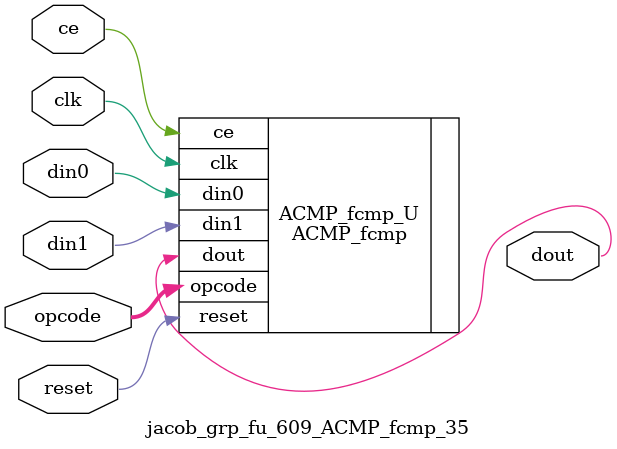
<source format=v>

`timescale 1 ns / 1 ps
module jacob_grp_fu_609_ACMP_fcmp_35(
    clk,
    reset,
    ce,
    din0,
    din1,
    opcode,
    dout);

parameter ID = 32'd1;
parameter NUM_STAGE = 32'd1;
parameter din0_WIDTH = 32'd1;
parameter din1_WIDTH = 32'd1;
parameter dout_WIDTH = 32'd1;
input clk;
input reset;
input ce;
input[din0_WIDTH - 1:0] din0;
input[din1_WIDTH - 1:0] din1;
input[5 - 1:0] opcode;
output[dout_WIDTH - 1:0] dout;



ACMP_fcmp #(
.ID( ID ),
.NUM_STAGE( 2 ),
.din0_WIDTH( din0_WIDTH ),
.din1_WIDTH( din1_WIDTH ),
.dout_WIDTH( dout_WIDTH ))
ACMP_fcmp_U(
    .clk( clk ),
    .reset( reset ),
    .ce( ce ),
    .din0( din0 ),
    .din1( din1 ),
    .dout( dout ),
    .opcode( opcode ));

endmodule

</source>
